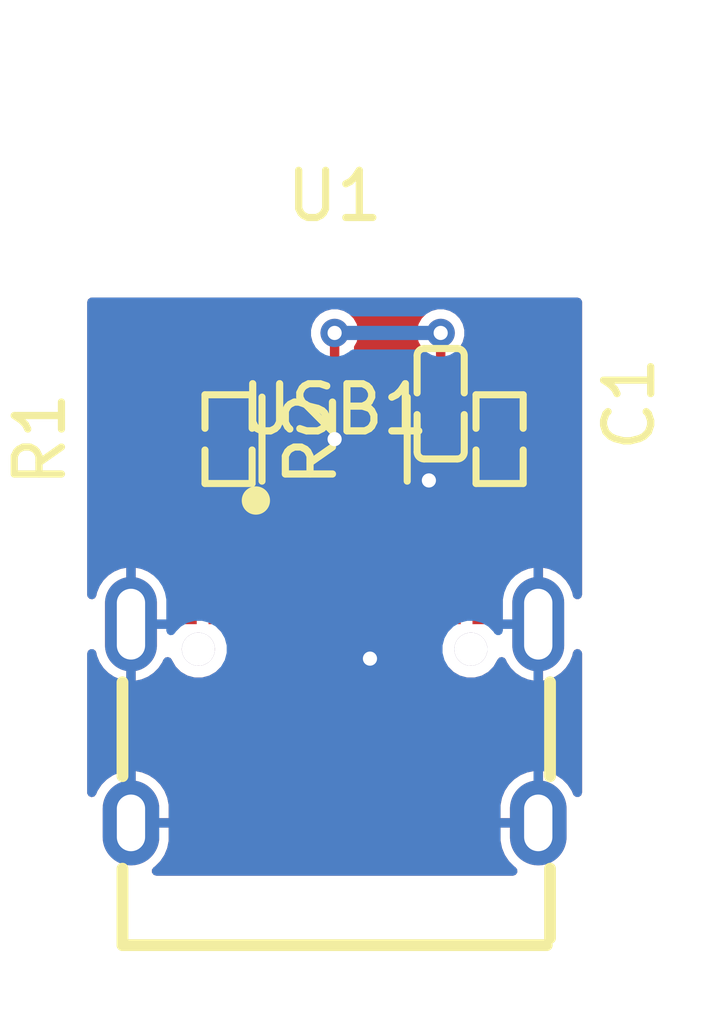
<source format=kicad_pcb>
(kicad_pcb (version 20241229) (generator "pcbnew") (generator_version "9.0")
  (layers (0 "F.Cu" signal) (2 "B.Cu" signal) (13 "F.Paste" user) (15 "B.Paste" user) (5 "F.SilkS" user "F.Silkscreen") (7 "B.SilkS" user "B.Silkscreen") (1 "F.Mask" user) (3 "B.Mask" user) (25 "Edge.Cuts" user))
  (net 0 "")
  (net 1 "VBUS")
  (net 2 "SBU1")
  (net 3 "SBU2")
  (net 4 "CC2")
  (net 5 "CC1")
  (net 6 "gnd")
  (net 7 "line-1")
  (net 8 "line")
  (net 9 "hv")
  (footprint "atopile:R0402-56259e" (layer "F.Cu") (at 3.5 -5.75 90)
    (property "Reference" "R2" (at 0 -4 90) (layer "F.SilkS"))
    (property "Value" "5.1kΩ ±1% 62.5mW")
    (fp_line (start 0.94 -0.5) (end 0.23 -0.5) (stroke (width 0.15)) (layer "F.SilkS"))
    (fp_line (start -0.94 -0.5) (end -0.23 -0.5) (stroke (width 0.15)) (layer "F.SilkS"))
    (fp_line (start 0.94 0.5) (end 0.94 -0.5) (stroke (width 0.15)) (layer "F.SilkS"))
    (fp_line (start 0.23 0.5) (end 0.94 0.5) (stroke (width 0.15)) (layer "F.SilkS"))
    (fp_line (start -0.23 0.5) (end -0.94 0.5) (stroke (width 0.15)) (layer "F.SilkS"))
    (fp_line (start -0.94 0.5) (end -0.94 -0.5) (stroke (width 0.15)) (layer "F.SilkS"))
    (fp_text user "${REFERENCE}" (at 0 -4 90) (layer "F.SilkS"))
    (pad "1" smd rect (at -0.43 0 90) (size 0.57 0.54) (layers "F.Cu" "F.Mask" "F.Paste") (net 4 "CC2"))
    (pad "2" smd rect (at 0.43 0 90) (size 0.57 0.54) (layers "F.Cu" "F.Mask" "F.Paste") (net 6 "gnd"))
  )
  (footprint "atopile:C0402-b3ef17" (layer "F.Cu") (at 2.25 -6.5 -90)
    (property "Reference" "C1" (at 0 -4 90) (layer "F.SilkS"))
    (property "Value" "100nF ±10% 16V X7R")
    (fp_line (start -0.23 0.5) (end -1.02 0.5) (stroke (width 0.15)) (layer "F.SilkS"))
    (fp_line (start 0.23 0.5) (end 1.02 0.5) (stroke (width 0.15)) (layer "F.SilkS"))
    (fp_line (start -1.17 0.35) (end -1.17 -0.35) (stroke (width 0.15)) (layer "F.SilkS"))
    (fp_line (start 1.17 0.35) (end 1.17 -0.35) (stroke (width 0.15)) (layer "F.SilkS"))
    (fp_line (start -1.02 -0.5) (end -0.23 -0.5) (stroke (width 0.15)) (layer "F.SilkS"))
    (fp_line (start 1.02 -0.5) (end 0.23 -0.5) (stroke (width 0.15)) (layer "F.SilkS"))
    (fp_arc (start -1.02 0.5) (mid -1.126066 0.456066) (end -1.17 0.35) (stroke (width 0.15)) (layer "F.SilkS"))
    (fp_arc (start 1.17 0.35) (mid 1.126066 0.456066) (end 1.02 0.5) (stroke (width 0.15)) (layer "F.SilkS"))
    (fp_arc (start -1.17 -0.35) (mid -1.126066 -0.456066) (end -1.02 -0.5) (stroke (width 0.15)) (layer "F.SilkS"))
    (fp_arc (start 1.02 -0.5) (mid 1.126066 -0.456066) (end 1.17 -0.35) (stroke (width 0.15)) (layer "F.SilkS"))
    (fp_text user "${REFERENCE}" (at 0 -4 90) (layer "F.SilkS"))
    (pad "1" smd rect (at -0.55 0 270) (size 0.79 0.54) (layers "F.Cu" "F.Mask" "F.Paste") (net 9 "hv"))
    (pad "2" smd rect (at 0.55 0 270) (size 0.79 0.54) (layers "F.Cu" "F.Mask" "F.Paste") (net 6 "gnd"))
  )
  (footprint "atopile:SOT-23-6_L2.9-W1.6-P0.95-LS2.8-BL-d2c740" (layer "F.Cu") (at 0 -5.75)
    (property "Reference" "U1" (at 0 -5.15 0) (layer "F.SilkS"))
    (property "Value" "")
    (fp_line (start -1.54 0.89) (end -1.54 -0.89) (stroke (width 0.15)) (layer "F.SilkS"))
    (fp_line (start 1.54 0.89) (end 1.54 -0.89) (stroke (width 0.15)) (layer "F.SilkS"))
    (fp_circle (center -1.67 1.3) (end -1.52 1.3) (stroke (width 0.3)) (fill no) (layer "F.SilkS"))
    (fp_text user "${REFERENCE}" (at 0 -5.15 0) (layer "F.SilkS"))
    (pad "1" smd rect (at -0.95 1.15) (size 0.53 1.07) (layers "F.Cu" "F.Mask" "F.Paste") (net 7 "line-1"))
    (pad "2" smd rect (at 0 1.15) (size 0.53 1.07) (layers "F.Cu" "F.Mask" "F.Paste") (net 6 "gnd"))
    (pad "3" smd rect (at 0.95 1.15) (size 0.53 1.07) (layers "F.Cu" "F.Mask" "F.Paste") (net 8 "line"))
    (pad "4" smd rect (at 0.95 -1.15) (size 0.53 1.07) (layers "F.Cu" "F.Mask" "F.Paste") (net 8 "line"))
    (pad "5" smd rect (at 0 -1.15) (size 0.53 1.07) (layers "F.Cu" "F.Mask" "F.Paste") (net 9 "hv"))
    (pad "6" smd rect (at -0.95 -1.15) (size 0.53 1.07) (layers "F.Cu" "F.Mask" "F.Paste") (net 7 "line-1"))
  )
  (footprint "atopile:USB-C-SMD_TYPE-C-6PIN-2MD-073-1d78f0" (layer "F.Cu") (at 0 0)
    (property "Reference" "USB1" (at 0 -6.38 0) (layer "F.SilkS"))
    (property "Value" "")
    (fp_line (start -4.5 1.39) (end -4.5 -0.6) (stroke (width 0.25)) (layer "F.SilkS"))
    (fp_line (start -4.5 4.97) (end -4.5 3.35) (stroke (width 0.25)) (layer "F.SilkS"))
    (fp_line (start 4.5 4.97) (end -4.5 4.97) (stroke (width 0.25)) (layer "F.SilkS"))
    (fp_line (start 4.57 1.39) (end 4.57 -0.6) (stroke (width 0.25)) (layer "F.SilkS"))
    (fp_line (start 4.57 4.82) (end 4.57 3.35) (stroke (width 0.25)) (layer "F.SilkS"))
    (fp_text user "${REFERENCE}" (at 0 -6.38 0) (layer "F.SilkS"))
    (pad "" thru_hole circle (at -2.89 -1.3) (size 0.7 0.7) (drill 0.7) (layers "*.Cu" "*.Mask"))
    (pad "" thru_hole circle (at 2.89 -1.3) (size 0.7 0.7) (drill 0.7) (layers "*.Cu" "*.Mask"))
    (pad "1" smd rect (at -3.2 -2.38) (size 0.55 1.1) (layers "F.Cu" "F.Mask" "F.Paste") (net 6 "gnd"))
    (pad "2" smd rect (at -2.4 -2.38) (size 0.55 1.1) (layers "F.Cu" "F.Mask" "F.Paste") (net 1 "VBUS"))
    (pad "3" smd rect (at -1.75 -2.38) (size 0.3 1.1) (layers "F.Cu" "F.Mask" "F.Paste") (net 3 "SBU2"))
    (pad "4" smd rect (at -1.25 -2.38) (size 0.3 1.1) (layers "F.Cu" "F.Mask" "F.Paste") (net 5 "CC1"))
    (pad "5" smd rect (at -0.75 -2.38) (size 0.3 1.1) (layers "F.Cu" "F.Mask" "F.Paste") (net 7 "line-1"))
    (pad "6" smd rect (at -0.25 -2.38) (size 0.3 1.1) (layers "F.Cu" "F.Mask" "F.Paste") (net 8 "line"))
    (pad "7" smd rect (at 0.25 -2.38) (size 0.3 1.1) (layers "F.Cu" "F.Mask" "F.Paste") (net 7 "line-1"))
    (pad "8" smd rect (at 0.75 -2.38) (size 0.3 1.1) (layers "F.Cu" "F.Mask" "F.Paste") (net 8 "line"))
    (pad "9" smd rect (at 1.25 -2.38) (size 0.3 1.1) (layers "F.Cu" "F.Mask" "F.Paste") (net 2 "SBU1"))
    (pad "10" smd rect (at 1.75 -2.38) (size 0.3 1.1) (layers "F.Cu" "F.Mask" "F.Paste") (net 4 "CC2"))
    (pad "11" smd rect (at 2.4 -2.38) (size 0.55 1.1) (layers "F.Cu" "F.Mask" "F.Paste") (net 1 "VBUS"))
    (pad "12" smd rect (at 3.2 -2.38) (size 0.55 1.1) (layers "F.Cu" "F.Mask" "F.Paste") (net 6 "gnd"))
    (pad "13" thru_hole oval (at -4.32 -1.83) (size 1.1 2) (drill oval 0.599999 1.499997) (layers "*.Cu" "*.Mask") (net 6 "gnd"))
    (pad "13" thru_hole oval (at -4.32 2.38) (size 1.2 1.8) (drill oval 0.599999 1.199998) (layers "*.Cu" "*.Mask") (net 6 "gnd"))
    (pad "14" thru_hole oval (at 4.32 -1.83) (size 1.1 2) (drill oval 0.599999 1.500022) (layers "*.Cu" "*.Mask") (net 6 "gnd"))
    (pad "14" thru_hole oval (at 4.32 2.38) (size 1.2 1.8) (drill oval 0.599999 1.199998) (layers "*.Cu" "*.Mask") (net 6 "gnd"))
  )
  (footprint "atopile:R0402-56259e" (layer "F.Cu") (at -2.25 -5.75 90)
    (property "Reference" "R1" (at 0 -4 90) (layer "F.SilkS"))
    (property "Value" "5.1kΩ ±1% 62.5mW")
    (fp_line (start 0.94 -0.5) (end 0.23 -0.5) (stroke (width 0.15)) (layer "F.SilkS"))
    (fp_line (start -0.94 -0.5) (end -0.23 -0.5) (stroke (width 0.15)) (layer "F.SilkS"))
    (fp_line (start 0.94 0.5) (end 0.94 -0.5) (stroke (width 0.15)) (layer "F.SilkS"))
    (fp_line (start 0.23 0.5) (end 0.94 0.5) (stroke (width 0.15)) (layer "F.SilkS"))
    (fp_line (start -0.23 0.5) (end -0.94 0.5) (stroke (width 0.15)) (layer "F.SilkS"))
    (fp_line (start -0.94 0.5) (end -0.94 -0.5) (stroke (width 0.15)) (layer "F.SilkS"))
    (fp_text user "${REFERENCE}" (at 0 -4 90) (layer "F.SilkS"))
    (pad "1" smd rect (at -0.43 0 90) (size 0.57 0.54) (layers "F.Cu" "F.Mask" "F.Paste") (net 5 "CC1"))
    (pad "2" smd rect (at 0.43 0 90) (size 0.57 0.54) (layers "F.Cu" "F.Mask" "F.Paste") (net 6 "gnd"))
  )
  (segment (start -2.4 -1.801364) (end -2 -1.401364) (width 0.2) (layer "F.Cu") (net 1))
  (segment (start -1 -0.25) (end 1 -0.25) (width 0.5) (layer "F.Cu") (net 1))
  (segment (start 2 -1.401364) (end 2 -1.25) (width 0.2) (layer "F.Cu") (net 1))
  (segment (start -2 -1.401364) (end -2 -1.25) (width 0.2) (layer "F.Cu") (net 1))
  (segment (start 2 -1.25) (end 1 -0.25) (width 0.5) (layer "F.Cu") (net 1))
  (segment (start -2 -1.25) (end -1 -0.25) (width 0.5) (layer "F.Cu") (net 1))
  (segment (start 2.4 -1.801364) (end 2 -1.401364) (width 0.2) (layer "F.Cu") (net 1))
  (segment (start -2.4 -2.38) (end -2.4 -1.801364) (width 0.2) (layer "F.Cu") (net 1))
  (segment (start 2.4 -2.38) (end 2.4 -1.801364) (width 0.2) (layer "F.Cu") (net 1))
  (segment (start 1.75 -3.57) (end 1.75 -2.38) (width 0.2) (layer "F.Cu") (net 4))
  (segment (start 3.5 -5.32) (end 1.75 -3.57) (width 0.2) (layer "F.Cu") (net 4))
  (segment (start -2.25 -4.4329) (end -1.25 -3.4329) (width 0.2) (layer "F.Cu") (net 5))
  (segment (start -1.25 -3.4329) (end -1.25 -2.38) (width 0.2) (layer "F.Cu") (net 5))
  (segment (start -2.25 -5.32) (end -2.25 -4.4329) (width 0.2) (layer "F.Cu") (net 5))
  (segment (start 0 -5.75) (end 0 -4.6) (width 0.2) (layer "F.Cu") (net 6))
  (via (at 0.75 -1.1) (size 0.6) (drill 0.3) (layers "F.Cu" "B.Cu") (net 6))
  (via (at 0 -5.75) (size 0.6) (drill 0.3) (layers "F.Cu" "B.Cu") (net 6))
  (via (at 2 -4.875) (size 0.6) (drill 0.3) (layers "F.Cu" "B.Cu") (net 6))
  (segment (start -0.75 -2.38) (end -0.75 -1.5) (width 0.2) (layer "F.Cu") (net 7))
  (segment (start -0.75 -2.38) (end -0.75 -3.5) (width 0.2) (layer "F.Cu") (net 7))
  (segment (start -0.75 -3.5) (end -0.95 -3.7) (width 0.2) (layer "F.Cu") (net 7))
  (segment (start -0.5 -1.25) (end 0 -1.25) (width 0.2) (layer "F.Cu") (net 7))
  (segment (start -0.75 -1.5) (end -0.5 -1.25) (width 0.2) (layer "F.Cu") (net 7))
  (segment (start 0.25 -1.5) (end 0.25 -2.38) (width 0.2) (layer "F.Cu") (net 7))
  (segment (start -0.95 -4.6) (end -0.95 -6.9) (width 0.2) (layer "F.Cu") (net 7))
  (segment (start -0.95 -3.7) (end -0.95 -4.6) (width 0.2) (layer "F.Cu") (net 7))
  (segment (start 0 -1.25) (end 0.25 -1.5) (width 0.2) (layer "F.Cu") (net 7))
  (segment (start 0.75 -3.25) (end 0.75 -2.38) (width 0.2) (layer "F.Cu") (net 8))
  (segment (start 0 -3.5) (end 0.5 -3.5) (width 0.2) (layer "F.Cu") (net 8))
  (segment (start -0.25 -2.38) (end -0.25 -3.25) (width 0.2) (layer "F.Cu") (net 8))
  (segment (start 0.95 -4.6) (end 0.95 -3.45) (width 0.2) (layer "F.Cu") (net 8))
  (segment (start -0.25 -3.25) (end 0 -3.5) (width 0.2) (layer "F.Cu") (net 8))
  (segment (start 0.5 -3.5) (end 0.75 -3.25) (width 0.2) (layer "F.Cu") (net 8))
  (segment (start 0.95 -3.45) (end 0.75 -3.25) (width 0.2) (layer "F.Cu") (net 8))
  (segment (start 0.95 -4.6) (end 0.95 -6.9) (width 0.2) (layer "F.Cu") (net 8))
  (segment (start 2.25 -7.05) (end 2.25 -8) (width 0.2) (layer "F.Cu") (net 9))
  (segment (start 0 -8) (end 0 -6.9) (width 0.2) (layer "F.Cu") (net 9))
  (via (at 0 -8) (size 0.6) (drill 0.3) (layers "F.Cu" "B.Cu") (net 9))
  (via (at 2.25 -8) (size 0.6) (drill 0.3) (layers "F.Cu" "B.Cu") (net 9))
  (segment (start 0 -8) (end 2.25 -8) (width 0.3) (layer "B.Cu") (net 9))
  (zone (net 6) (net_name "gnd") (layers "F.Cu" "B.Cu") (connect_pads (clearance 0.2)) (min_thickness 0.2) (fill yes (thermal_gap 0.2) (thermal_bridge_width 0.2))
    (polygon (pts (xy -5.25 3.5) (xy 5.25 3.5) (xy 5.25 -8.75) (xy -5.25 -8.75)))
  )
)
</source>
